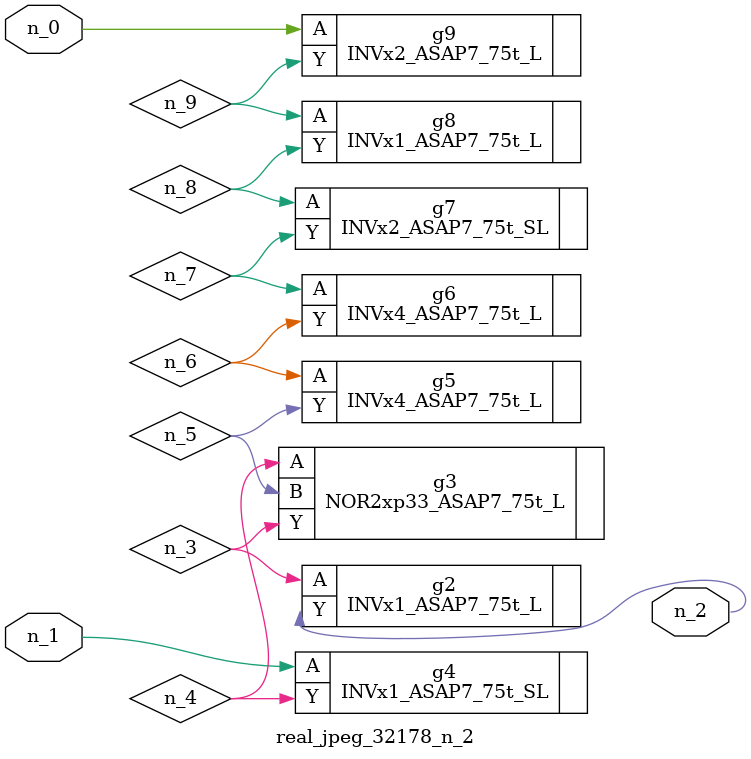
<source format=v>
module real_jpeg_32178_n_2 (n_1, n_0, n_2);

input n_1;
input n_0;

output n_2;

wire n_5;
wire n_4;
wire n_8;
wire n_6;
wire n_7;
wire n_3;
wire n_9;

INVx2_ASAP7_75t_L g9 ( 
.A(n_0),
.Y(n_9)
);

INVx1_ASAP7_75t_SL g4 ( 
.A(n_1),
.Y(n_4)
);

INVx1_ASAP7_75t_L g2 ( 
.A(n_3),
.Y(n_2)
);

NOR2xp33_ASAP7_75t_L g3 ( 
.A(n_4),
.B(n_5),
.Y(n_3)
);

INVx4_ASAP7_75t_L g5 ( 
.A(n_6),
.Y(n_5)
);

INVx4_ASAP7_75t_L g6 ( 
.A(n_7),
.Y(n_6)
);

INVx2_ASAP7_75t_SL g7 ( 
.A(n_8),
.Y(n_7)
);

INVx1_ASAP7_75t_L g8 ( 
.A(n_9),
.Y(n_8)
);


endmodule
</source>
